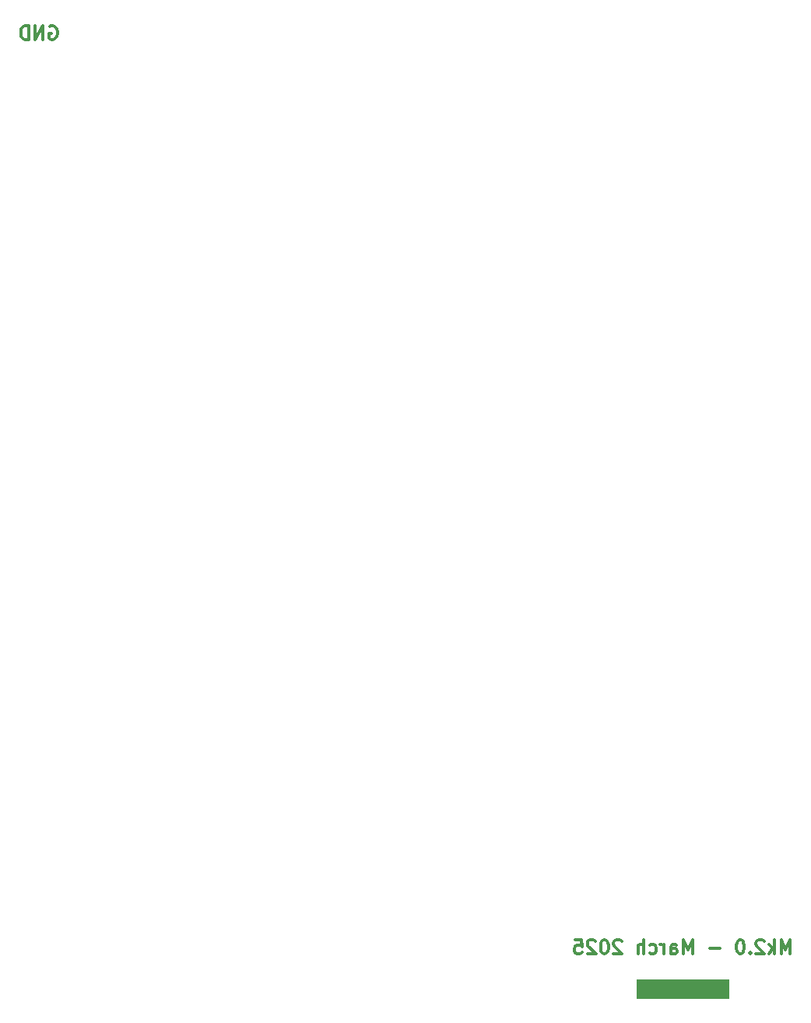
<source format=gbo>
%TF.GenerationSoftware,KiCad,Pcbnew,9.0.0*%
%TF.CreationDate,2025-03-15T21:35:03+01:00*%
%TF.ProjectId,DMH_Dual_VCF_Diode_Ladder_Mk2_PANEL,444d485f-4475-4616-9c5f-5643465f4469,rev?*%
%TF.SameCoordinates,Original*%
%TF.FileFunction,Legend,Bot*%
%TF.FilePolarity,Positive*%
%FSLAX46Y46*%
G04 Gerber Fmt 4.6, Leading zero omitted, Abs format (unit mm)*
G04 Created by KiCad (PCBNEW 9.0.0) date 2025-03-15 21:35:03*
%MOMM*%
%LPD*%
G01*
G04 APERTURE LIST*
%ADD10C,0.100000*%
%ADD11C,0.300000*%
%ADD12C,2.900000*%
%ADD13C,13.000000*%
%ADD14C,0.500000*%
%ADD15C,12.000000*%
%ADD16C,2.500000*%
%ADD17C,3.100000*%
%ADD18C,4.000000*%
%ADD19O,2.500000X1.500000*%
%ADD20R,5.000000X10.000000*%
G04 APERTURE END LIST*
D10*
X95000000Y-226500000D02*
X105000000Y-226500000D01*
X105000000Y-228500000D01*
X95000000Y-228500000D01*
X95000000Y-226500000D01*
G36*
X95000000Y-226500000D02*
G01*
X105000000Y-226500000D01*
X105000000Y-228500000D01*
X95000000Y-228500000D01*
X95000000Y-226500000D01*
G37*
D11*
X111714284Y-223678328D02*
X111714284Y-222178328D01*
X111714284Y-222178328D02*
X111214284Y-223249757D01*
X111214284Y-223249757D02*
X110714284Y-222178328D01*
X110714284Y-222178328D02*
X110714284Y-223678328D01*
X109999998Y-223678328D02*
X109999998Y-222178328D01*
X109857141Y-223106900D02*
X109428569Y-223678328D01*
X109428569Y-222678328D02*
X109999998Y-223249757D01*
X108857140Y-222321185D02*
X108785712Y-222249757D01*
X108785712Y-222249757D02*
X108642855Y-222178328D01*
X108642855Y-222178328D02*
X108285712Y-222178328D01*
X108285712Y-222178328D02*
X108142855Y-222249757D01*
X108142855Y-222249757D02*
X108071426Y-222321185D01*
X108071426Y-222321185D02*
X107999997Y-222464042D01*
X107999997Y-222464042D02*
X107999997Y-222606900D01*
X107999997Y-222606900D02*
X108071426Y-222821185D01*
X108071426Y-222821185D02*
X108928569Y-223678328D01*
X108928569Y-223678328D02*
X107999997Y-223678328D01*
X107357141Y-223535471D02*
X107285712Y-223606900D01*
X107285712Y-223606900D02*
X107357141Y-223678328D01*
X107357141Y-223678328D02*
X107428569Y-223606900D01*
X107428569Y-223606900D02*
X107357141Y-223535471D01*
X107357141Y-223535471D02*
X107357141Y-223678328D01*
X106357140Y-222178328D02*
X106214283Y-222178328D01*
X106214283Y-222178328D02*
X106071426Y-222249757D01*
X106071426Y-222249757D02*
X105999998Y-222321185D01*
X105999998Y-222321185D02*
X105928569Y-222464042D01*
X105928569Y-222464042D02*
X105857140Y-222749757D01*
X105857140Y-222749757D02*
X105857140Y-223106900D01*
X105857140Y-223106900D02*
X105928569Y-223392614D01*
X105928569Y-223392614D02*
X105999998Y-223535471D01*
X105999998Y-223535471D02*
X106071426Y-223606900D01*
X106071426Y-223606900D02*
X106214283Y-223678328D01*
X106214283Y-223678328D02*
X106357140Y-223678328D01*
X106357140Y-223678328D02*
X106499998Y-223606900D01*
X106499998Y-223606900D02*
X106571426Y-223535471D01*
X106571426Y-223535471D02*
X106642855Y-223392614D01*
X106642855Y-223392614D02*
X106714283Y-223106900D01*
X106714283Y-223106900D02*
X106714283Y-222749757D01*
X106714283Y-222749757D02*
X106642855Y-222464042D01*
X106642855Y-222464042D02*
X106571426Y-222321185D01*
X106571426Y-222321185D02*
X106499998Y-222249757D01*
X106499998Y-222249757D02*
X106357140Y-222178328D01*
X104071427Y-223106900D02*
X102928570Y-223106900D01*
X101071427Y-223678328D02*
X101071427Y-222178328D01*
X101071427Y-222178328D02*
X100571427Y-223249757D01*
X100571427Y-223249757D02*
X100071427Y-222178328D01*
X100071427Y-222178328D02*
X100071427Y-223678328D01*
X98714284Y-223678328D02*
X98714284Y-222892614D01*
X98714284Y-222892614D02*
X98785712Y-222749757D01*
X98785712Y-222749757D02*
X98928569Y-222678328D01*
X98928569Y-222678328D02*
X99214284Y-222678328D01*
X99214284Y-222678328D02*
X99357141Y-222749757D01*
X98714284Y-223606900D02*
X98857141Y-223678328D01*
X98857141Y-223678328D02*
X99214284Y-223678328D01*
X99214284Y-223678328D02*
X99357141Y-223606900D01*
X99357141Y-223606900D02*
X99428569Y-223464042D01*
X99428569Y-223464042D02*
X99428569Y-223321185D01*
X99428569Y-223321185D02*
X99357141Y-223178328D01*
X99357141Y-223178328D02*
X99214284Y-223106900D01*
X99214284Y-223106900D02*
X98857141Y-223106900D01*
X98857141Y-223106900D02*
X98714284Y-223035471D01*
X97999998Y-223678328D02*
X97999998Y-222678328D01*
X97999998Y-222964042D02*
X97928569Y-222821185D01*
X97928569Y-222821185D02*
X97857141Y-222749757D01*
X97857141Y-222749757D02*
X97714283Y-222678328D01*
X97714283Y-222678328D02*
X97571426Y-222678328D01*
X96428570Y-223606900D02*
X96571427Y-223678328D01*
X96571427Y-223678328D02*
X96857141Y-223678328D01*
X96857141Y-223678328D02*
X96999998Y-223606900D01*
X96999998Y-223606900D02*
X97071427Y-223535471D01*
X97071427Y-223535471D02*
X97142855Y-223392614D01*
X97142855Y-223392614D02*
X97142855Y-222964042D01*
X97142855Y-222964042D02*
X97071427Y-222821185D01*
X97071427Y-222821185D02*
X96999998Y-222749757D01*
X96999998Y-222749757D02*
X96857141Y-222678328D01*
X96857141Y-222678328D02*
X96571427Y-222678328D01*
X96571427Y-222678328D02*
X96428570Y-222749757D01*
X95785713Y-223678328D02*
X95785713Y-222178328D01*
X95142856Y-223678328D02*
X95142856Y-222892614D01*
X95142856Y-222892614D02*
X95214284Y-222749757D01*
X95214284Y-222749757D02*
X95357141Y-222678328D01*
X95357141Y-222678328D02*
X95571427Y-222678328D01*
X95571427Y-222678328D02*
X95714284Y-222749757D01*
X95714284Y-222749757D02*
X95785713Y-222821185D01*
X93357141Y-222321185D02*
X93285713Y-222249757D01*
X93285713Y-222249757D02*
X93142856Y-222178328D01*
X93142856Y-222178328D02*
X92785713Y-222178328D01*
X92785713Y-222178328D02*
X92642856Y-222249757D01*
X92642856Y-222249757D02*
X92571427Y-222321185D01*
X92571427Y-222321185D02*
X92499998Y-222464042D01*
X92499998Y-222464042D02*
X92499998Y-222606900D01*
X92499998Y-222606900D02*
X92571427Y-222821185D01*
X92571427Y-222821185D02*
X93428570Y-223678328D01*
X93428570Y-223678328D02*
X92499998Y-223678328D01*
X91571427Y-222178328D02*
X91428570Y-222178328D01*
X91428570Y-222178328D02*
X91285713Y-222249757D01*
X91285713Y-222249757D02*
X91214285Y-222321185D01*
X91214285Y-222321185D02*
X91142856Y-222464042D01*
X91142856Y-222464042D02*
X91071427Y-222749757D01*
X91071427Y-222749757D02*
X91071427Y-223106900D01*
X91071427Y-223106900D02*
X91142856Y-223392614D01*
X91142856Y-223392614D02*
X91214285Y-223535471D01*
X91214285Y-223535471D02*
X91285713Y-223606900D01*
X91285713Y-223606900D02*
X91428570Y-223678328D01*
X91428570Y-223678328D02*
X91571427Y-223678328D01*
X91571427Y-223678328D02*
X91714285Y-223606900D01*
X91714285Y-223606900D02*
X91785713Y-223535471D01*
X91785713Y-223535471D02*
X91857142Y-223392614D01*
X91857142Y-223392614D02*
X91928570Y-223106900D01*
X91928570Y-223106900D02*
X91928570Y-222749757D01*
X91928570Y-222749757D02*
X91857142Y-222464042D01*
X91857142Y-222464042D02*
X91785713Y-222321185D01*
X91785713Y-222321185D02*
X91714285Y-222249757D01*
X91714285Y-222249757D02*
X91571427Y-222178328D01*
X90499999Y-222321185D02*
X90428571Y-222249757D01*
X90428571Y-222249757D02*
X90285714Y-222178328D01*
X90285714Y-222178328D02*
X89928571Y-222178328D01*
X89928571Y-222178328D02*
X89785714Y-222249757D01*
X89785714Y-222249757D02*
X89714285Y-222321185D01*
X89714285Y-222321185D02*
X89642856Y-222464042D01*
X89642856Y-222464042D02*
X89642856Y-222606900D01*
X89642856Y-222606900D02*
X89714285Y-222821185D01*
X89714285Y-222821185D02*
X90571428Y-223678328D01*
X90571428Y-223678328D02*
X89642856Y-223678328D01*
X88285714Y-222178328D02*
X89000000Y-222178328D01*
X89000000Y-222178328D02*
X89071428Y-222892614D01*
X89071428Y-222892614D02*
X89000000Y-222821185D01*
X89000000Y-222821185D02*
X88857143Y-222749757D01*
X88857143Y-222749757D02*
X88500000Y-222749757D01*
X88500000Y-222749757D02*
X88357143Y-222821185D01*
X88357143Y-222821185D02*
X88285714Y-222892614D01*
X88285714Y-222892614D02*
X88214285Y-223035471D01*
X88214285Y-223035471D02*
X88214285Y-223392614D01*
X88214285Y-223392614D02*
X88285714Y-223535471D01*
X88285714Y-223535471D02*
X88357143Y-223606900D01*
X88357143Y-223606900D02*
X88500000Y-223678328D01*
X88500000Y-223678328D02*
X88857143Y-223678328D01*
X88857143Y-223678328D02*
X89000000Y-223606900D01*
X89000000Y-223606900D02*
X89071428Y-223535471D01*
X31142856Y-122749757D02*
X31285714Y-122678328D01*
X31285714Y-122678328D02*
X31499999Y-122678328D01*
X31499999Y-122678328D02*
X31714285Y-122749757D01*
X31714285Y-122749757D02*
X31857142Y-122892614D01*
X31857142Y-122892614D02*
X31928571Y-123035471D01*
X31928571Y-123035471D02*
X31999999Y-123321185D01*
X31999999Y-123321185D02*
X31999999Y-123535471D01*
X31999999Y-123535471D02*
X31928571Y-123821185D01*
X31928571Y-123821185D02*
X31857142Y-123964042D01*
X31857142Y-123964042D02*
X31714285Y-124106900D01*
X31714285Y-124106900D02*
X31499999Y-124178328D01*
X31499999Y-124178328D02*
X31357142Y-124178328D01*
X31357142Y-124178328D02*
X31142856Y-124106900D01*
X31142856Y-124106900D02*
X31071428Y-124035471D01*
X31071428Y-124035471D02*
X31071428Y-123535471D01*
X31071428Y-123535471D02*
X31357142Y-123535471D01*
X30428571Y-124178328D02*
X30428571Y-122678328D01*
X30428571Y-122678328D02*
X29571428Y-124178328D01*
X29571428Y-124178328D02*
X29571428Y-122678328D01*
X28857142Y-124178328D02*
X28857142Y-122678328D01*
X28857142Y-122678328D02*
X28499999Y-122678328D01*
X28499999Y-122678328D02*
X28285713Y-122749757D01*
X28285713Y-122749757D02*
X28142856Y-122892614D01*
X28142856Y-122892614D02*
X28071427Y-123035471D01*
X28071427Y-123035471D02*
X27999999Y-123321185D01*
X27999999Y-123321185D02*
X27999999Y-123535471D01*
X27999999Y-123535471D02*
X28071427Y-123821185D01*
X28071427Y-123821185D02*
X28142856Y-123964042D01*
X28142856Y-123964042D02*
X28285713Y-124106900D01*
X28285713Y-124106900D02*
X28499999Y-124178328D01*
X28499999Y-124178328D02*
X28857142Y-124178328D01*
%LPC*%
D12*
%TO.C,H34*%
X122000000Y-133900000D03*
D13*
X122000000Y-140000000D03*
%TD*%
D14*
%TO.C,H15*%
X144300000Y-190250000D03*
X145960000Y-186220000D03*
X145970000Y-194290000D03*
X150000000Y-184550000D03*
D15*
X150000000Y-190250000D03*
D14*
X150000000Y-195950000D03*
X154030000Y-194290000D03*
X154040000Y-186220000D03*
X155700000Y-190250000D03*
%TD*%
D16*
%TO.C,H52*%
X141000000Y-122750000D03*
%TD*%
D12*
%TO.C,H33*%
X100000000Y-202650000D03*
D13*
X100000000Y-208750000D03*
%TD*%
D17*
%TO.C,H40*%
X68000000Y-88000000D03*
%TD*%
D18*
%TO.C,H3*%
X28500000Y-226500000D03*
%TD*%
D15*
%TO.C,H22*%
X159000000Y-134000000D03*
%TD*%
D14*
%TO.C,H25*%
X144300000Y-208750000D03*
X145960000Y-204720000D03*
X145970000Y-212790000D03*
X150000000Y-203050000D03*
D15*
X150000000Y-208750000D03*
D14*
X150000000Y-214450000D03*
X154030000Y-212790000D03*
X154040000Y-204720000D03*
X155700000Y-208750000D03*
%TD*%
%TO.C,H16*%
X160800000Y-190250000D03*
X162460000Y-186220000D03*
X162470000Y-194290000D03*
X166500000Y-184550000D03*
D15*
X166500000Y-190250000D03*
D14*
X166500000Y-195950000D03*
X170530000Y-194290000D03*
X170540000Y-186220000D03*
X172200000Y-190250000D03*
%TD*%
D18*
%TO.C,H39*%
X128500000Y-226500000D03*
%TD*%
D12*
%TO.C,H23*%
X117000000Y-184150000D03*
D13*
X117000000Y-190250000D03*
%TD*%
D14*
%TO.C,H5*%
X27800000Y-190250000D03*
X29460000Y-186220000D03*
X29470000Y-194290000D03*
X33500000Y-184550000D03*
D15*
X33500000Y-190250000D03*
D14*
X33500000Y-195950000D03*
X37530000Y-194290000D03*
X37540000Y-186220000D03*
X39200000Y-190250000D03*
%TD*%
D16*
%TO.C,H53*%
X50750000Y-151000000D03*
%TD*%
D15*
%TO.C,H17*%
X38000000Y-166000000D03*
%TD*%
D16*
%TO.C,H51*%
X59000000Y-122750000D03*
%TD*%
D15*
%TO.C,H10*%
X45000000Y-99000000D03*
D19*
X45000000Y-105000000D03*
%TD*%
D15*
%TO.C,H12*%
X41000000Y-134000000D03*
%TD*%
D12*
%TO.C,H44*%
X100000000Y-184150000D03*
D13*
X100000000Y-190250000D03*
%TD*%
D15*
%TO.C,H32*%
X112500000Y-166000000D03*
%TD*%
D14*
%TO.C,H50*%
X127800000Y-208750000D03*
X129460000Y-204720000D03*
X129470000Y-212790000D03*
X133500000Y-203050000D03*
D15*
X133500000Y-208750000D03*
D14*
X133500000Y-214450000D03*
X137530000Y-212790000D03*
X137540000Y-204720000D03*
X139200000Y-208750000D03*
%TD*%
D15*
%TO.C,H11*%
X80000000Y-111000000D03*
D19*
X80000000Y-117000000D03*
%TD*%
D12*
%TO.C,H20*%
X78000000Y-133900000D03*
D13*
X78000000Y-140000000D03*
%TD*%
D12*
%TO.C,H24*%
X136000000Y-133900000D03*
D13*
X136000000Y-140000000D03*
%TD*%
D14*
%TO.C,H29*%
X111300000Y-208750000D03*
X112960000Y-204720000D03*
X112970000Y-212790000D03*
X117000000Y-203050000D03*
D15*
X117000000Y-208750000D03*
D14*
X117000000Y-214450000D03*
X121030000Y-212790000D03*
X121040000Y-204720000D03*
X122700000Y-208750000D03*
%TD*%
D15*
%TO.C,H13*%
X87500000Y-166000000D03*
%TD*%
D18*
%TO.C,H36*%
X71500000Y-33500000D03*
%TD*%
D17*
%TO.C,H41*%
X100000000Y-103000000D03*
%TD*%
D14*
%TO.C,H6*%
X44300000Y-190250000D03*
X45960000Y-186220000D03*
X45970000Y-194290000D03*
X50000000Y-184550000D03*
D15*
X50000000Y-190250000D03*
D14*
X50000000Y-195950000D03*
X54030000Y-194290000D03*
X54040000Y-186220000D03*
X55700000Y-190250000D03*
%TD*%
D18*
%TO.C,H37*%
X71500000Y-226500000D03*
%TD*%
D14*
%TO.C,H30*%
X160800000Y-208750000D03*
X162460000Y-204720000D03*
X162470000Y-212790000D03*
X166500000Y-203050000D03*
D15*
X166500000Y-208750000D03*
D14*
X166500000Y-214450000D03*
X170530000Y-212790000D03*
X170540000Y-204720000D03*
X172200000Y-208750000D03*
%TD*%
D15*
%TO.C,H27*%
X151000000Y-61000000D03*
D19*
X151000000Y-67000000D03*
%TD*%
D18*
%TO.C,H38*%
X128500000Y-33500000D03*
%TD*%
D15*
%TO.C,H9*%
X49000000Y-61000000D03*
D19*
X49000000Y-67000000D03*
%TD*%
D14*
%TO.C,H8*%
X27800000Y-208750000D03*
X29460000Y-204720000D03*
X29470000Y-212790000D03*
X33500000Y-203050000D03*
D15*
X33500000Y-208750000D03*
D14*
X33500000Y-214450000D03*
X37530000Y-212790000D03*
X37540000Y-204720000D03*
X39200000Y-208750000D03*
%TD*%
D15*
%TO.C,H31*%
X120000000Y-111000000D03*
D19*
X120000000Y-117000000D03*
%TD*%
D14*
%TO.C,H18*%
X44300000Y-208750000D03*
X45960000Y-204720000D03*
X45970000Y-212790000D03*
X50000000Y-203050000D03*
D15*
X50000000Y-208750000D03*
D14*
X50000000Y-214450000D03*
X54030000Y-212790000D03*
X54040000Y-204720000D03*
X55700000Y-208750000D03*
%TD*%
D12*
%TO.C,H19*%
X83000000Y-184150000D03*
D13*
X83000000Y-190250000D03*
%TD*%
D16*
%TO.C,H54*%
X149750000Y-151000000D03*
%TD*%
D17*
%TO.C,H42*%
X132000000Y-88000000D03*
%TD*%
D15*
%TO.C,H21*%
X155000000Y-99000000D03*
D19*
X155000000Y-105000000D03*
%TD*%
D18*
%TO.C,H2*%
X171500000Y-33500000D03*
%TD*%
%TO.C,H4*%
X171500000Y-226500000D03*
%TD*%
D15*
%TO.C,H28*%
X162000000Y-166000000D03*
%TD*%
D14*
%TO.C,H7*%
X77300000Y-208750000D03*
X78960000Y-204720000D03*
X78970000Y-212790000D03*
X83000000Y-203050000D03*
D15*
X83000000Y-208750000D03*
D14*
X83000000Y-214450000D03*
X87030000Y-212790000D03*
X87040000Y-204720000D03*
X88700000Y-208750000D03*
%TD*%
D15*
%TO.C,H43*%
X100000000Y-70000000D03*
D19*
X100000000Y-76000000D03*
%TD*%
D18*
%TO.C,H1*%
X28500000Y-33500000D03*
%TD*%
D15*
%TO.C,H46*%
X137250000Y-166000000D03*
%TD*%
D14*
%TO.C,H48*%
X60800000Y-208750000D03*
X62460000Y-204720000D03*
X62470000Y-212790000D03*
X66500000Y-203050000D03*
D15*
X66500000Y-208750000D03*
D14*
X66500000Y-214450000D03*
X70530000Y-212790000D03*
X70540000Y-204720000D03*
X72200000Y-208750000D03*
%TD*%
D15*
%TO.C,H45*%
X62750000Y-166000000D03*
%TD*%
D12*
%TO.C,H14*%
X64000000Y-133900000D03*
D13*
X64000000Y-140000000D03*
%TD*%
D12*
%TO.C,H26*%
X92000000Y-133900000D03*
D13*
X92000000Y-140000000D03*
%TD*%
D14*
%TO.C,H47*%
X60800000Y-190250000D03*
X62460000Y-186220000D03*
X62470000Y-194290000D03*
X66500000Y-184550000D03*
D15*
X66500000Y-190250000D03*
D14*
X66500000Y-195950000D03*
X70530000Y-194290000D03*
X70540000Y-186220000D03*
X72200000Y-190250000D03*
%TD*%
%TO.C,H49*%
X127800000Y-190250000D03*
X129460000Y-186220000D03*
X129470000Y-194290000D03*
X133500000Y-184550000D03*
D15*
X133500000Y-190250000D03*
D14*
X133500000Y-195950000D03*
X137530000Y-194290000D03*
X137540000Y-186220000D03*
X139200000Y-190250000D03*
%TD*%
D12*
%TO.C,H35*%
X108000000Y-133900000D03*
D13*
X108000000Y-140000000D03*
%TD*%
D20*
%TO.C,J0*%
X30000000Y-130000000D03*
%TD*%
%LPD*%
M02*

</source>
